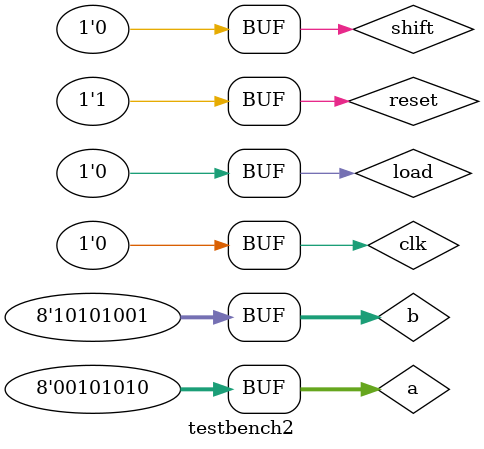
<source format=sv>
`timescale 1ns / 1ps

module testbench2();
logic clk, reset, shift, load;
logic [7:0] a, b, registerSum;
serialAdder dut(clk, reset, shift, load, a, b,registerSum);
initial begin
    reset <= 1; #5;
    a[0] <= 0; #5;
    a[1] <= 1; #5;
    a[2] <= 0; #5;
    a[3] <= 0; #5;
    a[4] <= 0; #5;
    a[5] <= 1; #5;
    a[6] <= 0; #5;
    a[7] <= 0; #5;
    b[0] <= 1; #5;
    b[1] <= 1; #5;
    b[2] <= 0; #5;
    b[3] <= 0; #5;
    b[4] <= 1; #5;
    b[5] <= 0; #5;
    b[6] <= 1; #5;
    b[7] <= 0; #5;
    reset <= 0; #5;
    shift <= 0; #5;
    load <= 1; #5;
    a[0] <= 0; #5;
    a[1] <= 1; #5;
    a[2] <= 0; #5;
    a[3] <= 1; #5;
    a[4] <= 0; #5;
    a[5] <= 1; #5;
    a[6] <= 0; #5;
    a[7] <= 0; #5;
    b[0] <= 1; #5;
    b[1] <= 0; #5;
    b[2] <= 0; #5;
    b[3] <= 1; #5;
    b[4] <= 0; #5;
    b[5] <= 1; #5;
    b[6] <= 0; #5;
    b[7] <= 1; #5;
    load <= 0; #5;
    shift <= 1; #5;
   shift <= 0;  #5;
    shift <= 1;  #5;
    shift <= 0;  #5;
    shift <= 1; #5;
   shift <= 0;  #5;
    shift <= 1;  #5;
    shift <= 0;  #5;
    shift <= 1; #5;
   shift <= 0;  #5;
    shift <= 1;  #5;
    shift <= 0;  #5;
    shift <= 1; #5;
   shift <= 0;  #5;
    shift <= 1;  #5;
    shift <= 0;  #5;
    shift <= 1; #5;
   shift <= 0;  #5;
    shift <= 1;  #5;
    shift <= 0;  #5;
    shift <= 1; #5;
   shift <= 0;  #5;
    shift <= 1;  #5;
    shift <= 0;  #5;
    reset <= 1;
    
end
always
begin
    clk <= 1; #1;
    clk <= 0; #1;
end


endmodule

</source>
